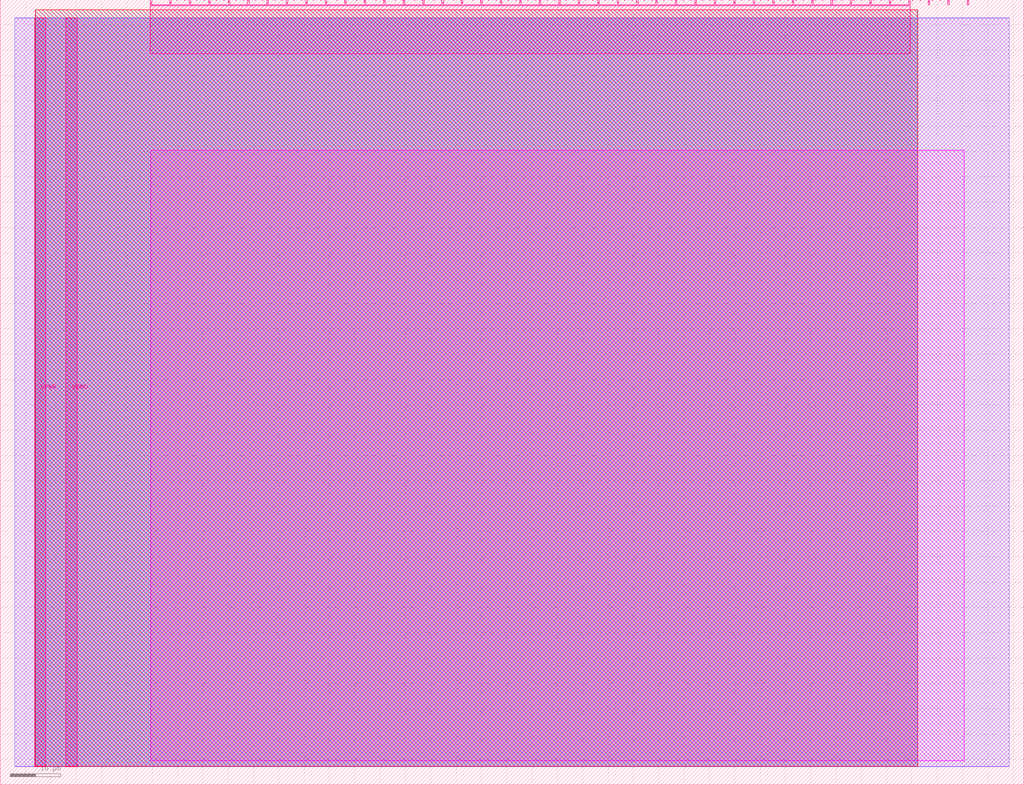
<source format=lef>
VERSION 5.7 ;
  NOWIREEXTENSIONATPIN ON ;
  DIVIDERCHAR "/" ;
  BUSBITCHARS "[]" ;
MACRO tt_um_blptrk_weaving01
  CLASS BLOCK ;
  FOREIGN tt_um_blptrk_weaving01 ;
  ORIGIN 0.000 0.000 ;
  SIZE 202.080 BY 154.980 ;
  PIN VGND
    DIRECTION INOUT ;
    USE GROUND ;
    PORT
      LAYER Metal5 ;
        RECT 12.980 3.560 15.180 151.420 ;
    END
  END VGND
  PIN VPWR
    DIRECTION INOUT ;
    USE POWER ;
    PORT
      LAYER Metal5 ;
        RECT 6.780 3.560 8.980 151.420 ;
    END
  END VPWR
  PIN clk
    DIRECTION INPUT ;
    USE SIGNAL ;
    PORT
      LAYER Metal5 ;
        RECT 187.050 153.980 187.350 154.980 ;
    END
  END clk
  PIN ena
    DIRECTION INPUT ;
    USE SIGNAL ;
    PORT
      LAYER Metal5 ;
        RECT 190.890 153.980 191.190 154.980 ;
    END
  END ena
  PIN rst_n
    DIRECTION INPUT ;
    USE SIGNAL ;
    PORT
      LAYER Metal5 ;
        RECT 183.210 153.980 183.510 154.980 ;
    END
  END rst_n
  PIN ui_in[0]
    DIRECTION INPUT ;
    USE SIGNAL ;
    ANTENNAGATEAREA 0.180700 ;
    PORT
      LAYER Metal5 ;
        RECT 179.370 153.980 179.670 154.980 ;
    END
  END ui_in[0]
  PIN ui_in[1]
    DIRECTION INPUT ;
    USE SIGNAL ;
    ANTENNAGATEAREA 0.180700 ;
    PORT
      LAYER Metal5 ;
        RECT 175.530 153.980 175.830 154.980 ;
    END
  END ui_in[1]
  PIN ui_in[2]
    DIRECTION INPUT ;
    USE SIGNAL ;
    ANTENNAGATEAREA 0.180700 ;
    PORT
      LAYER Metal5 ;
        RECT 171.690 153.980 171.990 154.980 ;
    END
  END ui_in[2]
  PIN ui_in[3]
    DIRECTION INPUT ;
    USE SIGNAL ;
    ANTENNAGATEAREA 0.180700 ;
    PORT
      LAYER Metal5 ;
        RECT 167.850 153.980 168.150 154.980 ;
    END
  END ui_in[3]
  PIN ui_in[4]
    DIRECTION INPUT ;
    USE SIGNAL ;
    ANTENNAGATEAREA 0.180700 ;
    PORT
      LAYER Metal5 ;
        RECT 164.010 153.980 164.310 154.980 ;
    END
  END ui_in[4]
  PIN ui_in[5]
    DIRECTION INPUT ;
    USE SIGNAL ;
    ANTENNAGATEAREA 0.180700 ;
    PORT
      LAYER Metal5 ;
        RECT 160.170 153.980 160.470 154.980 ;
    END
  END ui_in[5]
  PIN ui_in[6]
    DIRECTION INPUT ;
    USE SIGNAL ;
    ANTENNAGATEAREA 0.180700 ;
    PORT
      LAYER Metal5 ;
        RECT 156.330 153.980 156.630 154.980 ;
    END
  END ui_in[6]
  PIN ui_in[7]
    DIRECTION INPUT ;
    USE SIGNAL ;
    ANTENNAGATEAREA 0.180700 ;
    PORT
      LAYER Metal5 ;
        RECT 152.490 153.980 152.790 154.980 ;
    END
  END ui_in[7]
  PIN uio_in[0]
    DIRECTION INPUT ;
    USE SIGNAL ;
    ANTENNAGATEAREA 0.180700 ;
    PORT
      LAYER Metal5 ;
        RECT 148.650 153.980 148.950 154.980 ;
    END
  END uio_in[0]
  PIN uio_in[1]
    DIRECTION INPUT ;
    USE SIGNAL ;
    ANTENNAGATEAREA 0.180700 ;
    PORT
      LAYER Metal5 ;
        RECT 144.810 153.980 145.110 154.980 ;
    END
  END uio_in[1]
  PIN uio_in[2]
    DIRECTION INPUT ;
    USE SIGNAL ;
    ANTENNAGATEAREA 0.180700 ;
    PORT
      LAYER Metal5 ;
        RECT 140.970 153.980 141.270 154.980 ;
    END
  END uio_in[2]
  PIN uio_in[3]
    DIRECTION INPUT ;
    USE SIGNAL ;
    ANTENNAGATEAREA 0.180700 ;
    PORT
      LAYER Metal5 ;
        RECT 137.130 153.980 137.430 154.980 ;
    END
  END uio_in[3]
  PIN uio_in[4]
    DIRECTION INPUT ;
    USE SIGNAL ;
    ANTENNAGATEAREA 0.180700 ;
    PORT
      LAYER Metal5 ;
        RECT 133.290 153.980 133.590 154.980 ;
    END
  END uio_in[4]
  PIN uio_in[5]
    DIRECTION INPUT ;
    USE SIGNAL ;
    ANTENNAGATEAREA 0.180700 ;
    PORT
      LAYER Metal5 ;
        RECT 129.450 153.980 129.750 154.980 ;
    END
  END uio_in[5]
  PIN uio_in[6]
    DIRECTION INPUT ;
    USE SIGNAL ;
    ANTENNAGATEAREA 0.180700 ;
    PORT
      LAYER Metal5 ;
        RECT 125.610 153.980 125.910 154.980 ;
    END
  END uio_in[6]
  PIN uio_in[7]
    DIRECTION INPUT ;
    USE SIGNAL ;
    ANTENNAGATEAREA 0.180700 ;
    PORT
      LAYER Metal5 ;
        RECT 121.770 153.980 122.070 154.980 ;
    END
  END uio_in[7]
  PIN uio_oe[0]
    DIRECTION OUTPUT ;
    USE SIGNAL ;
    ANTENNADIFFAREA 0.299200 ;
    PORT
      LAYER Metal5 ;
        RECT 56.490 153.980 56.790 154.980 ;
    END
  END uio_oe[0]
  PIN uio_oe[1]
    DIRECTION OUTPUT ;
    USE SIGNAL ;
    ANTENNADIFFAREA 0.299200 ;
    PORT
      LAYER Metal5 ;
        RECT 52.650 153.980 52.950 154.980 ;
    END
  END uio_oe[1]
  PIN uio_oe[2]
    DIRECTION OUTPUT ;
    USE SIGNAL ;
    ANTENNADIFFAREA 0.299200 ;
    PORT
      LAYER Metal5 ;
        RECT 48.810 153.980 49.110 154.980 ;
    END
  END uio_oe[2]
  PIN uio_oe[3]
    DIRECTION OUTPUT ;
    USE SIGNAL ;
    ANTENNADIFFAREA 0.299200 ;
    PORT
      LAYER Metal5 ;
        RECT 44.970 153.980 45.270 154.980 ;
    END
  END uio_oe[3]
  PIN uio_oe[4]
    DIRECTION OUTPUT ;
    USE SIGNAL ;
    ANTENNADIFFAREA 0.299200 ;
    PORT
      LAYER Metal5 ;
        RECT 41.130 153.980 41.430 154.980 ;
    END
  END uio_oe[4]
  PIN uio_oe[5]
    DIRECTION OUTPUT ;
    USE SIGNAL ;
    ANTENNADIFFAREA 0.299200 ;
    PORT
      LAYER Metal5 ;
        RECT 37.290 153.980 37.590 154.980 ;
    END
  END uio_oe[5]
  PIN uio_oe[6]
    DIRECTION OUTPUT ;
    USE SIGNAL ;
    ANTENNADIFFAREA 0.299200 ;
    PORT
      LAYER Metal5 ;
        RECT 33.450 153.980 33.750 154.980 ;
    END
  END uio_oe[6]
  PIN uio_oe[7]
    DIRECTION OUTPUT ;
    USE SIGNAL ;
    ANTENNADIFFAREA 0.299200 ;
    PORT
      LAYER Metal5 ;
        RECT 29.610 153.980 29.910 154.980 ;
    END
  END uio_oe[7]
  PIN uio_out[0]
    DIRECTION OUTPUT ;
    USE SIGNAL ;
    ANTENNADIFFAREA 0.299200 ;
    PORT
      LAYER Metal5 ;
        RECT 87.210 153.980 87.510 154.980 ;
    END
  END uio_out[0]
  PIN uio_out[1]
    DIRECTION OUTPUT ;
    USE SIGNAL ;
    ANTENNADIFFAREA 0.299200 ;
    PORT
      LAYER Metal5 ;
        RECT 83.370 153.980 83.670 154.980 ;
    END
  END uio_out[1]
  PIN uio_out[2]
    DIRECTION OUTPUT ;
    USE SIGNAL ;
    ANTENNADIFFAREA 0.299200 ;
    PORT
      LAYER Metal5 ;
        RECT 79.530 153.980 79.830 154.980 ;
    END
  END uio_out[2]
  PIN uio_out[3]
    DIRECTION OUTPUT ;
    USE SIGNAL ;
    ANTENNADIFFAREA 0.299200 ;
    PORT
      LAYER Metal5 ;
        RECT 75.690 153.980 75.990 154.980 ;
    END
  END uio_out[3]
  PIN uio_out[4]
    DIRECTION OUTPUT ;
    USE SIGNAL ;
    ANTENNADIFFAREA 0.299200 ;
    PORT
      LAYER Metal5 ;
        RECT 71.850 153.980 72.150 154.980 ;
    END
  END uio_out[4]
  PIN uio_out[5]
    DIRECTION OUTPUT ;
    USE SIGNAL ;
    ANTENNADIFFAREA 0.299200 ;
    PORT
      LAYER Metal5 ;
        RECT 68.010 153.980 68.310 154.980 ;
    END
  END uio_out[5]
  PIN uio_out[6]
    DIRECTION OUTPUT ;
    USE SIGNAL ;
    ANTENNADIFFAREA 0.299200 ;
    PORT
      LAYER Metal5 ;
        RECT 64.170 153.980 64.470 154.980 ;
    END
  END uio_out[6]
  PIN uio_out[7]
    DIRECTION OUTPUT ;
    USE SIGNAL ;
    ANTENNADIFFAREA 0.299200 ;
    PORT
      LAYER Metal5 ;
        RECT 60.330 153.980 60.630 154.980 ;
    END
  END uio_out[7]
  PIN uo_out[0]
    DIRECTION OUTPUT ;
    USE SIGNAL ;
    ANTENNADIFFAREA 0.706400 ;
    PORT
      LAYER Metal5 ;
        RECT 117.930 153.980 118.230 154.980 ;
    END
  END uo_out[0]
  PIN uo_out[1]
    DIRECTION OUTPUT ;
    USE SIGNAL ;
    ANTENNADIFFAREA 0.706400 ;
    PORT
      LAYER Metal5 ;
        RECT 114.090 153.980 114.390 154.980 ;
    END
  END uo_out[1]
  PIN uo_out[2]
    DIRECTION OUTPUT ;
    USE SIGNAL ;
    ANTENNADIFFAREA 0.706400 ;
    PORT
      LAYER Metal5 ;
        RECT 110.250 153.980 110.550 154.980 ;
    END
  END uo_out[2]
  PIN uo_out[3]
    DIRECTION OUTPUT ;
    USE SIGNAL ;
    ANTENNADIFFAREA 0.733200 ;
    PORT
      LAYER Metal5 ;
        RECT 106.410 153.980 106.710 154.980 ;
    END
  END uo_out[3]
  PIN uo_out[4]
    DIRECTION OUTPUT ;
    USE SIGNAL ;
    ANTENNADIFFAREA 0.733200 ;
    PORT
      LAYER Metal5 ;
        RECT 102.570 153.980 102.870 154.980 ;
    END
  END uo_out[4]
  PIN uo_out[5]
    DIRECTION OUTPUT ;
    USE SIGNAL ;
    ANTENNADIFFAREA 0.733200 ;
    PORT
      LAYER Metal5 ;
        RECT 98.730 153.980 99.030 154.980 ;
    END
  END uo_out[5]
  PIN uo_out[6]
    DIRECTION OUTPUT ;
    USE SIGNAL ;
    ANTENNADIFFAREA 0.733200 ;
    PORT
      LAYER Metal5 ;
        RECT 94.890 153.980 95.190 154.980 ;
    END
  END uo_out[6]
  PIN uo_out[7]
    DIRECTION OUTPUT ;
    USE SIGNAL ;
    ANTENNADIFFAREA 0.733200 ;
    PORT
      LAYER Metal5 ;
        RECT 91.050 153.980 91.350 154.980 ;
    END
  END uo_out[7]
  OBS
      LAYER GatPoly ;
        RECT 2.880 3.630 199.200 151.350 ;
      LAYER Metal1 ;
        RECT 2.880 3.560 199.200 151.420 ;
      LAYER Metal2 ;
        RECT 6.915 3.680 181.105 151.300 ;
      LAYER Metal3 ;
        RECT 6.960 3.635 181.060 153.025 ;
      LAYER Metal4 ;
        RECT 6.915 3.680 181.105 152.980 ;
      LAYER Metal5 ;
        RECT 30.120 153.770 33.240 153.980 ;
        RECT 33.960 153.770 37.080 153.980 ;
        RECT 37.800 153.770 40.920 153.980 ;
        RECT 41.640 153.770 44.760 153.980 ;
        RECT 45.480 153.770 48.600 153.980 ;
        RECT 49.320 153.770 52.440 153.980 ;
        RECT 53.160 153.770 56.280 153.980 ;
        RECT 57.000 153.770 60.120 153.980 ;
        RECT 60.840 153.770 63.960 153.980 ;
        RECT 64.680 153.770 67.800 153.980 ;
        RECT 68.520 153.770 71.640 153.980 ;
        RECT 72.360 153.770 75.480 153.980 ;
        RECT 76.200 153.770 79.320 153.980 ;
        RECT 80.040 153.770 83.160 153.980 ;
        RECT 83.880 153.770 87.000 153.980 ;
        RECT 87.720 153.770 90.840 153.980 ;
        RECT 91.560 153.770 94.680 153.980 ;
        RECT 95.400 153.770 98.520 153.980 ;
        RECT 99.240 153.770 102.360 153.980 ;
        RECT 103.080 153.770 106.200 153.980 ;
        RECT 106.920 153.770 110.040 153.980 ;
        RECT 110.760 153.770 113.880 153.980 ;
        RECT 114.600 153.770 117.720 153.980 ;
        RECT 118.440 153.770 121.560 153.980 ;
        RECT 122.280 153.770 125.400 153.980 ;
        RECT 126.120 153.770 129.240 153.980 ;
        RECT 129.960 153.770 133.080 153.980 ;
        RECT 133.800 153.770 136.920 153.980 ;
        RECT 137.640 153.770 140.760 153.980 ;
        RECT 141.480 153.770 144.600 153.980 ;
        RECT 145.320 153.770 148.440 153.980 ;
        RECT 149.160 153.770 152.280 153.980 ;
        RECT 153.000 153.770 156.120 153.980 ;
        RECT 156.840 153.770 159.960 153.980 ;
        RECT 160.680 153.770 163.800 153.980 ;
        RECT 164.520 153.770 167.640 153.980 ;
        RECT 168.360 153.770 171.480 153.980 ;
        RECT 172.200 153.770 175.320 153.980 ;
        RECT 176.040 153.770 179.160 153.980 ;
        RECT 29.660 144.335 179.620 153.770 ;
      LAYER TopMetal1 ;
        RECT 29.700 4.700 190.300 125.300 ;
  END
END tt_um_blptrk_weaving01
END LIBRARY


</source>
